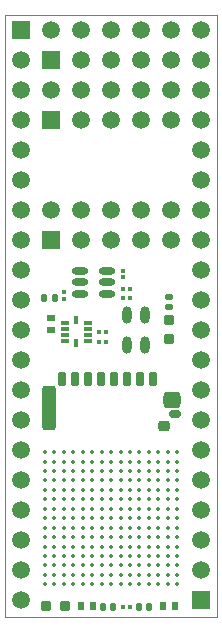
<source format=gts>
%FSLAX44Y44*%
%MOMM*%
G71*
G01*
G75*
G04 Layer_Color=8388736*
G04:AMPARAMS|DCode=10|XSize=0.6mm|YSize=0.5mm|CornerRadius=0.05mm|HoleSize=0mm|Usage=FLASHONLY|Rotation=270.000|XOffset=0mm|YOffset=0mm|HoleType=Round|Shape=RoundedRectangle|*
%AMROUNDEDRECTD10*
21,1,0.6000,0.4000,0,0,270.0*
21,1,0.5000,0.5000,0,0,270.0*
1,1,0.1000,-0.2000,-0.2500*
1,1,0.1000,-0.2000,0.2500*
1,1,0.1000,0.2000,0.2500*
1,1,0.1000,0.2000,-0.2500*
%
%ADD10ROUNDEDRECTD10*%
G04:AMPARAMS|DCode=11|XSize=0.4mm|YSize=0.37mm|CornerRadius=0.037mm|HoleSize=0mm|Usage=FLASHONLY|Rotation=90.000|XOffset=0mm|YOffset=0mm|HoleType=Round|Shape=RoundedRectangle|*
%AMROUNDEDRECTD11*
21,1,0.4000,0.2960,0,0,90.0*
21,1,0.3260,0.3700,0,0,90.0*
1,1,0.0740,0.1480,0.1630*
1,1,0.0740,0.1480,-0.1630*
1,1,0.0740,-0.1480,-0.1630*
1,1,0.0740,-0.1480,0.1630*
%
%ADD11ROUNDEDRECTD11*%
%ADD12R,0.5400X0.7400*%
%ADD13R,0.7400X0.5400*%
G04:AMPARAMS|DCode=14|XSize=0.8mm|YSize=0.8mm|CornerRadius=0.12mm|HoleSize=0mm|Usage=FLASHONLY|Rotation=0.000|XOffset=0mm|YOffset=0mm|HoleType=Round|Shape=RoundedRectangle|*
%AMROUNDEDRECTD14*
21,1,0.8000,0.5600,0,0,0.0*
21,1,0.5600,0.8000,0,0,0.0*
1,1,0.2400,0.2800,-0.2800*
1,1,0.2400,-0.2800,-0.2800*
1,1,0.2400,-0.2800,0.2800*
1,1,0.2400,0.2800,0.2800*
%
%ADD14ROUNDEDRECTD14*%
%ADD15C,0.3500*%
%ADD16O,1.4000X0.6000*%
G04:AMPARAMS|DCode=17|XSize=0.8mm|YSize=0.8mm|CornerRadius=0.12mm|HoleSize=0mm|Usage=FLASHONLY|Rotation=270.000|XOffset=0mm|YOffset=0mm|HoleType=Round|Shape=RoundedRectangle|*
%AMROUNDEDRECTD17*
21,1,0.8000,0.5600,0,0,270.0*
21,1,0.5600,0.8000,0,0,270.0*
1,1,0.2400,-0.2800,-0.2800*
1,1,0.2400,-0.2800,0.2800*
1,1,0.2400,0.2800,0.2800*
1,1,0.2400,0.2800,-0.2800*
%
%ADD17ROUNDEDRECTD17*%
G04:AMPARAMS|DCode=18|XSize=0.6mm|YSize=0.5mm|CornerRadius=0.05mm|HoleSize=0mm|Usage=FLASHONLY|Rotation=180.000|XOffset=0mm|YOffset=0mm|HoleType=Round|Shape=RoundedRectangle|*
%AMROUNDEDRECTD18*
21,1,0.6000,0.4000,0,0,180.0*
21,1,0.5000,0.5000,0,0,180.0*
1,1,0.1000,-0.2500,0.2000*
1,1,0.1000,0.2500,0.2000*
1,1,0.1000,0.2500,-0.2000*
1,1,0.1000,-0.2500,-0.2000*
%
%ADD18ROUNDEDRECTD18*%
%ADD19O,0.8000X1.4700*%
G04:AMPARAMS|DCode=20|XSize=0.95mm|YSize=0.85mm|CornerRadius=0.2125mm|HoleSize=0mm|Usage=FLASHONLY|Rotation=180.000|XOffset=0mm|YOffset=0mm|HoleType=Round|Shape=RoundedRectangle|*
%AMROUNDEDRECTD20*
21,1,0.9500,0.4250,0,0,180.0*
21,1,0.5250,0.8500,0,0,180.0*
1,1,0.4250,-0.2625,0.2125*
1,1,0.4250,0.2625,0.2125*
1,1,0.4250,0.2625,-0.2125*
1,1,0.4250,-0.2625,-0.2125*
%
%ADD20ROUNDEDRECTD20*%
G04:AMPARAMS|DCode=21|XSize=1mm|YSize=0.6mm|CornerRadius=0.15mm|HoleSize=0mm|Usage=FLASHONLY|Rotation=180.000|XOffset=0mm|YOffset=0mm|HoleType=Round|Shape=RoundedRectangle|*
%AMROUNDEDRECTD21*
21,1,1.0000,0.3000,0,0,180.0*
21,1,0.7000,0.6000,0,0,180.0*
1,1,0.3000,-0.3500,0.1500*
1,1,0.3000,0.3500,0.1500*
1,1,0.3000,0.3500,-0.1500*
1,1,0.3000,-0.3500,-0.1500*
%
%ADD21ROUNDEDRECTD21*%
G04:AMPARAMS|DCode=22|XSize=1.45mm|YSize=1.4mm|CornerRadius=0.35mm|HoleSize=0mm|Usage=FLASHONLY|Rotation=0.000|XOffset=0mm|YOffset=0mm|HoleType=Round|Shape=RoundedRectangle|*
%AMROUNDEDRECTD22*
21,1,1.4500,0.7000,0,0,0.0*
21,1,0.7500,1.4000,0,0,0.0*
1,1,0.7000,0.3750,-0.3500*
1,1,0.7000,-0.3750,-0.3500*
1,1,0.7000,-0.3750,0.3500*
1,1,0.7000,0.3750,0.3500*
%
%ADD22ROUNDEDRECTD22*%
G04:AMPARAMS|DCode=23|XSize=0.6mm|YSize=1.25mm|CornerRadius=0.15mm|HoleSize=0mm|Usage=FLASHONLY|Rotation=0.000|XOffset=0mm|YOffset=0mm|HoleType=Round|Shape=RoundedRectangle|*
%AMROUNDEDRECTD23*
21,1,0.6000,0.9500,0,0,0.0*
21,1,0.3000,1.2500,0,0,0.0*
1,1,0.3000,0.1500,-0.4750*
1,1,0.3000,-0.1500,-0.4750*
1,1,0.3000,-0.1500,0.4750*
1,1,0.3000,0.1500,0.4750*
%
%ADD23ROUNDEDRECTD23*%
G04:AMPARAMS|DCode=24|XSize=3.79mm|YSize=1.2mm|CornerRadius=0.3mm|HoleSize=0mm|Usage=FLASHONLY|Rotation=270.000|XOffset=0mm|YOffset=0mm|HoleType=Round|Shape=RoundedRectangle|*
%AMROUNDEDRECTD24*
21,1,3.7900,0.6000,0,0,270.0*
21,1,3.1900,1.2000,0,0,270.0*
1,1,0.6000,-0.3000,-1.5950*
1,1,0.6000,-0.3000,1.5950*
1,1,0.6000,0.3000,1.5950*
1,1,0.6000,0.3000,-1.5950*
%
%ADD24ROUNDEDRECTD24*%
G04:AMPARAMS|DCode=25|XSize=0.76mm|YSize=0.27mm|CornerRadius=0.027mm|HoleSize=0mm|Usage=FLASHONLY|Rotation=180.000|XOffset=0mm|YOffset=0mm|HoleType=Round|Shape=RoundedRectangle|*
%AMROUNDEDRECTD25*
21,1,0.7600,0.2160,0,0,180.0*
21,1,0.7060,0.2700,0,0,180.0*
1,1,0.0540,-0.3530,0.1080*
1,1,0.0540,0.3530,0.1080*
1,1,0.0540,0.3530,-0.1080*
1,1,0.0540,-0.3530,-0.1080*
%
%ADD25ROUNDEDRECTD25*%
G04:AMPARAMS|DCode=26|XSize=0.76mm|YSize=0.27mm|CornerRadius=0.027mm|HoleSize=0mm|Usage=FLASHONLY|Rotation=90.000|XOffset=0mm|YOffset=0mm|HoleType=Round|Shape=RoundedRectangle|*
%AMROUNDEDRECTD26*
21,1,0.7600,0.2160,0,0,90.0*
21,1,0.7060,0.2700,0,0,90.0*
1,1,0.0540,0.1080,0.3530*
1,1,0.0540,0.1080,-0.3530*
1,1,0.0540,-0.1080,-0.3530*
1,1,0.0540,-0.1080,0.3530*
%
%ADD26ROUNDEDRECTD26*%
G04:AMPARAMS|DCode=27|XSize=0.4mm|YSize=0.37mm|CornerRadius=0.037mm|HoleSize=0mm|Usage=FLASHONLY|Rotation=0.000|XOffset=0mm|YOffset=0mm|HoleType=Round|Shape=RoundedRectangle|*
%AMROUNDEDRECTD27*
21,1,0.4000,0.2960,0,0,0.0*
21,1,0.3260,0.3700,0,0,0.0*
1,1,0.0740,0.1630,-0.1480*
1,1,0.0740,-0.1630,-0.1480*
1,1,0.0740,-0.1630,0.1480*
1,1,0.0740,0.1630,0.1480*
%
%ADD27ROUNDEDRECTD27*%
%ADD28C,0.0750*%
%ADD29C,0.0751*%
%ADD30C,0.1000*%
%ADD31C,0.3000*%
%ADD32C,0.1500*%
%ADD33C,0.0100*%
%ADD34C,1.5000*%
%ADD35R,1.5000X1.5000*%
%ADD36R,1.5000X1.5000*%
%ADD37C,0.8000*%
G04:AMPARAMS|DCode=38|XSize=0.3mm|YSize=0.6mm|CornerRadius=0.0495mm|HoleSize=0mm|Usage=FLASHONLY|Rotation=270.000|XOffset=0mm|YOffset=0mm|HoleType=Round|Shape=RoundedRectangle|*
%AMROUNDEDRECTD38*
21,1,0.3000,0.5010,0,0,270.0*
21,1,0.2010,0.6000,0,0,270.0*
1,1,0.0990,-0.2505,-0.1005*
1,1,0.0990,-0.2505,0.1005*
1,1,0.0990,0.2505,0.1005*
1,1,0.0990,0.2505,-0.1005*
%
%ADD38ROUNDEDRECTD38*%
G04:AMPARAMS|DCode=39|XSize=0.3mm|YSize=0.6mm|CornerRadius=0.0495mm|HoleSize=0mm|Usage=FLASHONLY|Rotation=0.000|XOffset=0mm|YOffset=0mm|HoleType=Round|Shape=RoundedRectangle|*
%AMROUNDEDRECTD39*
21,1,0.3000,0.5010,0,0,0.0*
21,1,0.2010,0.6000,0,0,0.0*
1,1,0.0990,0.1005,-0.2505*
1,1,0.0990,-0.1005,-0.2505*
1,1,0.0990,-0.1005,0.2505*
1,1,0.0990,0.1005,0.2505*
%
%ADD39ROUNDEDRECTD39*%
%ADD40R,0.9000X2.2500*%
G04:AMPARAMS|DCode=41|XSize=1.38mm|YSize=1.05mm|CornerRadius=0.105mm|HoleSize=0mm|Usage=FLASHONLY|Rotation=0.000|XOffset=0mm|YOffset=0mm|HoleType=Round|Shape=RoundedRectangle|*
%AMROUNDEDRECTD41*
21,1,1.3800,0.8400,0,0,0.0*
21,1,1.1700,1.0500,0,0,0.0*
1,1,0.2100,0.5850,-0.4200*
1,1,0.2100,-0.5850,-0.4200*
1,1,0.2100,-0.5850,0.4200*
1,1,0.2100,0.5850,0.4200*
%
%ADD41ROUNDEDRECTD41*%
G04:AMPARAMS|DCode=42|XSize=1.38mm|YSize=1.05mm|CornerRadius=0.105mm|HoleSize=0mm|Usage=FLASHONLY|Rotation=270.000|XOffset=0mm|YOffset=0mm|HoleType=Round|Shape=RoundedRectangle|*
%AMROUNDEDRECTD42*
21,1,1.3800,0.8400,0,0,270.0*
21,1,1.1700,1.0500,0,0,270.0*
1,1,0.2100,-0.4200,-0.5850*
1,1,0.2100,-0.4200,0.5850*
1,1,0.2100,0.4200,0.5850*
1,1,0.2100,0.4200,-0.5850*
%
%ADD42ROUNDEDRECTD42*%
G04:AMPARAMS|DCode=43|XSize=0.9mm|YSize=0.8mm|CornerRadius=0.08mm|HoleSize=0mm|Usage=FLASHONLY|Rotation=180.000|XOffset=0mm|YOffset=0mm|HoleType=Round|Shape=RoundedRectangle|*
%AMROUNDEDRECTD43*
21,1,0.9000,0.6400,0,0,180.0*
21,1,0.7400,0.8000,0,0,180.0*
1,1,0.1600,-0.3700,0.3200*
1,1,0.1600,0.3700,0.3200*
1,1,0.1600,0.3700,-0.3200*
1,1,0.1600,-0.3700,-0.3200*
%
%ADD43ROUNDEDRECTD43*%
%ADD44O,1.6000X0.6000*%
%ADD45C,0.2000*%
%ADD46C,0.2540*%
%ADD47C,0.2500*%
%ADD48C,0.6000*%
%ADD49C,0.5000*%
%ADD50C,0.1200*%
%ADD51C,0.1500*%
D10*
X121799Y8500D02*
D03*
X112800D02*
D03*
X41676Y270122D02*
D03*
X32676D02*
D03*
X82301Y8000D02*
D03*
X91301D02*
D03*
D11*
X105350Y8000D02*
D03*
X99650D02*
D03*
X99450Y278000D02*
D03*
X105150D02*
D03*
X105150Y269900D02*
D03*
X99450D02*
D03*
X85250Y232500D02*
D03*
X79550D02*
D03*
X85250Y241400D02*
D03*
X79550D02*
D03*
D12*
X143300Y8800D02*
D03*
X133300D02*
D03*
X73800Y9000D02*
D03*
X63800D02*
D03*
D13*
X38424Y252826D02*
D03*
Y242826D02*
D03*
D14*
X34700Y9500D02*
D03*
X50700D02*
D03*
D15*
X33500Y27500D02*
D03*
Y35500D02*
D03*
Y43500D02*
D03*
Y51500D02*
D03*
Y59500D02*
D03*
Y67500D02*
D03*
Y75500D02*
D03*
Y83500D02*
D03*
Y91500D02*
D03*
Y99500D02*
D03*
Y107500D02*
D03*
Y115500D02*
D03*
Y123500D02*
D03*
Y131500D02*
D03*
Y139500D02*
D03*
X41500Y27500D02*
D03*
Y35500D02*
D03*
Y43500D02*
D03*
Y51500D02*
D03*
Y59500D02*
D03*
Y67500D02*
D03*
Y75500D02*
D03*
Y83500D02*
D03*
Y91500D02*
D03*
Y99500D02*
D03*
Y107500D02*
D03*
Y115500D02*
D03*
Y123500D02*
D03*
Y131500D02*
D03*
Y139500D02*
D03*
X49500Y27500D02*
D03*
Y35500D02*
D03*
Y43500D02*
D03*
Y51500D02*
D03*
Y59500D02*
D03*
Y67500D02*
D03*
Y75500D02*
D03*
Y83500D02*
D03*
Y91500D02*
D03*
Y99500D02*
D03*
Y107500D02*
D03*
Y115500D02*
D03*
Y123500D02*
D03*
Y131500D02*
D03*
Y139500D02*
D03*
X57500Y27500D02*
D03*
Y35500D02*
D03*
Y43500D02*
D03*
Y51500D02*
D03*
Y59500D02*
D03*
Y67500D02*
D03*
Y75500D02*
D03*
Y83500D02*
D03*
Y91500D02*
D03*
Y99500D02*
D03*
Y107500D02*
D03*
Y115500D02*
D03*
Y123500D02*
D03*
Y131500D02*
D03*
Y139500D02*
D03*
X65500Y27500D02*
D03*
Y35500D02*
D03*
Y43500D02*
D03*
Y51500D02*
D03*
Y59500D02*
D03*
Y67500D02*
D03*
Y75500D02*
D03*
Y83500D02*
D03*
Y91500D02*
D03*
Y99500D02*
D03*
Y107500D02*
D03*
Y115500D02*
D03*
Y123500D02*
D03*
Y131500D02*
D03*
Y139500D02*
D03*
X73500Y27500D02*
D03*
Y35500D02*
D03*
Y43500D02*
D03*
Y51500D02*
D03*
Y59500D02*
D03*
Y67500D02*
D03*
Y75500D02*
D03*
Y83500D02*
D03*
Y91500D02*
D03*
Y99500D02*
D03*
Y107500D02*
D03*
Y115500D02*
D03*
Y123500D02*
D03*
Y131500D02*
D03*
Y139500D02*
D03*
X81500Y27500D02*
D03*
Y35500D02*
D03*
Y43500D02*
D03*
Y51500D02*
D03*
Y59500D02*
D03*
Y67500D02*
D03*
Y75500D02*
D03*
Y83500D02*
D03*
Y91500D02*
D03*
Y99500D02*
D03*
Y107500D02*
D03*
Y115500D02*
D03*
Y123500D02*
D03*
Y131500D02*
D03*
Y139500D02*
D03*
X89500Y27500D02*
D03*
Y35500D02*
D03*
Y43500D02*
D03*
Y51500D02*
D03*
Y59500D02*
D03*
Y67500D02*
D03*
Y75500D02*
D03*
Y83500D02*
D03*
Y91500D02*
D03*
Y99500D02*
D03*
Y107500D02*
D03*
Y115500D02*
D03*
Y123500D02*
D03*
Y131500D02*
D03*
Y139500D02*
D03*
X97500Y27500D02*
D03*
Y35500D02*
D03*
Y43500D02*
D03*
Y51500D02*
D03*
Y59500D02*
D03*
Y67500D02*
D03*
Y75500D02*
D03*
Y83500D02*
D03*
Y91500D02*
D03*
Y99500D02*
D03*
Y107500D02*
D03*
Y115500D02*
D03*
Y123500D02*
D03*
Y131500D02*
D03*
Y139500D02*
D03*
X105500Y27500D02*
D03*
Y35500D02*
D03*
Y43500D02*
D03*
Y51500D02*
D03*
Y59500D02*
D03*
Y67500D02*
D03*
Y75500D02*
D03*
Y83500D02*
D03*
Y91500D02*
D03*
Y99500D02*
D03*
Y107500D02*
D03*
Y115500D02*
D03*
Y123500D02*
D03*
Y131500D02*
D03*
Y139500D02*
D03*
X113500Y27500D02*
D03*
Y35500D02*
D03*
Y43500D02*
D03*
Y51500D02*
D03*
Y59500D02*
D03*
Y67500D02*
D03*
Y75500D02*
D03*
Y83500D02*
D03*
Y91500D02*
D03*
Y99500D02*
D03*
Y107500D02*
D03*
Y115500D02*
D03*
Y123500D02*
D03*
Y131500D02*
D03*
Y139500D02*
D03*
X121500Y27500D02*
D03*
Y35500D02*
D03*
Y43500D02*
D03*
Y51500D02*
D03*
Y59500D02*
D03*
Y67500D02*
D03*
Y75500D02*
D03*
Y83500D02*
D03*
Y91500D02*
D03*
Y99500D02*
D03*
Y107500D02*
D03*
Y115500D02*
D03*
Y123500D02*
D03*
Y131500D02*
D03*
Y139500D02*
D03*
X129500Y27500D02*
D03*
Y35500D02*
D03*
Y43500D02*
D03*
Y51500D02*
D03*
Y59500D02*
D03*
Y67500D02*
D03*
Y75500D02*
D03*
Y83500D02*
D03*
Y91500D02*
D03*
Y99500D02*
D03*
Y107500D02*
D03*
Y115500D02*
D03*
Y123500D02*
D03*
Y131500D02*
D03*
Y139500D02*
D03*
X137500Y27500D02*
D03*
Y35500D02*
D03*
Y43500D02*
D03*
Y51500D02*
D03*
Y59500D02*
D03*
Y67500D02*
D03*
Y75500D02*
D03*
Y83500D02*
D03*
Y91500D02*
D03*
Y99500D02*
D03*
Y107500D02*
D03*
Y115500D02*
D03*
Y123500D02*
D03*
Y131500D02*
D03*
Y139500D02*
D03*
X145500Y27500D02*
D03*
Y35500D02*
D03*
Y43500D02*
D03*
Y51500D02*
D03*
Y59500D02*
D03*
Y67500D02*
D03*
Y75500D02*
D03*
Y83500D02*
D03*
Y91500D02*
D03*
Y99500D02*
D03*
Y107500D02*
D03*
Y115500D02*
D03*
Y123500D02*
D03*
Y131500D02*
D03*
Y139500D02*
D03*
D16*
X86200Y283200D02*
D03*
Y292700D02*
D03*
Y273700D02*
D03*
X63200D02*
D03*
Y283200D02*
D03*
Y292700D02*
D03*
D17*
X138500Y251100D02*
D03*
Y235100D02*
D03*
D18*
X138500Y262200D02*
D03*
Y271200D02*
D03*
D19*
X103100Y230100D02*
D03*
Y255500D02*
D03*
X118100D02*
D03*
Y230100D02*
D03*
D20*
X134425Y161750D02*
D03*
D21*
X143725Y171500D02*
D03*
D22*
X141475Y184001D02*
D03*
D23*
X48175Y201250D02*
D03*
X59175D02*
D03*
X70175D02*
D03*
X81175D02*
D03*
X92175D02*
D03*
X103175D02*
D03*
X114175D02*
D03*
X125175D02*
D03*
D24*
X36675Y176450D02*
D03*
D25*
X69751Y233801D02*
D03*
Y238801D02*
D03*
Y243801D02*
D03*
Y248801D02*
D03*
X50251D02*
D03*
Y243801D02*
D03*
Y238801D02*
D03*
Y233801D02*
D03*
D26*
X60001Y251051D02*
D03*
Y231551D02*
D03*
D27*
X49700Y268950D02*
D03*
Y274650D02*
D03*
X99700Y293250D02*
D03*
Y287550D02*
D03*
D33*
X0Y0D02*
Y510000D01*
X179000D01*
X0Y0D02*
X179000Y-0D01*
Y510000D01*
D34*
X13500Y14700D02*
D03*
Y40100D02*
D03*
Y65500D02*
D03*
Y90900D02*
D03*
X166000Y167100D02*
D03*
Y192500D02*
D03*
Y116300D02*
D03*
Y141700D02*
D03*
Y65500D02*
D03*
Y90900D02*
D03*
Y217900D02*
D03*
Y294100D02*
D03*
Y319500D02*
D03*
Y344900D02*
D03*
Y395700D02*
D03*
Y421100D02*
D03*
Y446500D02*
D03*
Y471900D02*
D03*
Y497300D02*
D03*
Y370300D02*
D03*
X13500Y471900D02*
D03*
Y446500D02*
D03*
Y421100D02*
D03*
Y395700D02*
D03*
Y370300D02*
D03*
Y344900D02*
D03*
Y319500D02*
D03*
Y294100D02*
D03*
Y268700D02*
D03*
Y243300D02*
D03*
Y217900D02*
D03*
Y116300D02*
D03*
Y141700D02*
D03*
Y192500D02*
D03*
Y167100D02*
D03*
X166000Y268700D02*
D03*
Y243300D02*
D03*
Y40100D02*
D03*
X140600Y344900D02*
D03*
Y319500D02*
D03*
X115200Y344900D02*
D03*
Y319500D02*
D03*
X89800Y344900D02*
D03*
Y319500D02*
D03*
X64400Y344900D02*
D03*
Y319500D02*
D03*
X39000Y344900D02*
D03*
X140600Y446500D02*
D03*
Y421100D02*
D03*
X115200Y446500D02*
D03*
Y421100D02*
D03*
X89800Y446500D02*
D03*
Y421100D02*
D03*
X64400Y446500D02*
D03*
Y421100D02*
D03*
X39000Y446500D02*
D03*
Y497300D02*
D03*
X64400Y471900D02*
D03*
Y497300D02*
D03*
X89800Y471900D02*
D03*
Y497300D02*
D03*
X115200Y471900D02*
D03*
Y497300D02*
D03*
X140600Y471900D02*
D03*
Y497300D02*
D03*
D35*
X13500D02*
D03*
X166000Y14700D02*
D03*
X39000Y471900D02*
D03*
D36*
Y319500D02*
D03*
Y421100D02*
D03*
D51*
X40700Y299600D02*
D03*
X51200Y301900D02*
D03*
X57600Y302100D02*
D03*
X48900Y229200D02*
D03*
X44400D02*
D03*
X79500Y260300D02*
D03*
X84800Y267500D02*
D03*
X133900Y216400D02*
D03*
Y208700D02*
D03*
Y223900D02*
D03*
X84400Y214899D02*
D03*
X124900Y167000D02*
D03*
X124400Y185000D02*
D03*
X147900Y39550D02*
D03*
X35700Y235000D02*
D03*
X106900Y180900D02*
D03*
X80100Y228600D02*
D03*
X79900Y237500D02*
D03*
X108100Y288400D02*
D03*
X86000Y16300D02*
D03*
X25500Y9500D02*
D03*
X96300Y262750D02*
D03*
X83750Y248300D02*
D03*
X148550Y14850D02*
D03*
X148400Y8500D02*
D03*
X108800Y71300D02*
D03*
X92200Y78200D02*
D03*
X95800Y8000D02*
D03*
X54500Y32300D02*
D03*
X140200Y72800D02*
D03*
Y80800D02*
D03*
Y88800D02*
D03*
X134800Y102300D02*
D03*
X148200Y104700D02*
D03*
X52200Y88800D02*
D03*
X76100Y62100D02*
D03*
X65500Y149000D02*
D03*
X47500D02*
D03*
X40500D02*
D03*
X33500D02*
D03*
X38800Y80800D02*
D03*
X46400Y78600D02*
D03*
X60000Y78100D02*
D03*
X68100Y56900D02*
D03*
X60100Y62200D02*
D03*
X44200Y70300D02*
D03*
X84100Y46200D02*
D03*
X84100Y62100D02*
D03*
X92100Y62300D02*
D03*
X127300Y63400D02*
D03*
X33500Y23800D02*
D03*
X30700Y64800D02*
D03*
X46800Y56800D02*
D03*
X107900Y93900D02*
D03*
X76200Y94200D02*
D03*
X84100Y70100D02*
D03*
X76100Y78100D02*
D03*
X116200Y78200D02*
D03*
X65125Y159300D02*
D03*
X52100Y148700D02*
D03*
X78675Y166200D02*
D03*
X27200Y149500D02*
D03*
Y143100D02*
D03*
X105000Y149600D02*
D03*
X96000Y151000D02*
D03*
X70175Y191750D02*
D03*
X133300Y150900D02*
D03*
X102800Y62200D02*
D03*
X102900Y54200D02*
D03*
X115300Y156400D02*
D03*
X116200Y151700D02*
D03*
X110900Y62100D02*
D03*
X106000Y144200D02*
D03*
X60200Y88800D02*
D03*
X68200Y78200D02*
D03*
Y88800D02*
D03*
X37900Y31500D02*
D03*
X46500Y47500D02*
D03*
X110700Y24700D02*
D03*
X100900Y22800D02*
D03*
X30600Y31700D02*
D03*
X71375Y228100D02*
D03*
Y221075D02*
D03*
X35300Y223900D02*
D03*
X158100Y260600D02*
D03*
X83900Y224900D02*
D03*
X106900Y187000D02*
D03*
X94600Y48600D02*
D03*
X78700Y48800D02*
D03*
X116100Y70700D02*
D03*
X127100Y262700D02*
D03*
X68000Y48600D02*
D03*
X141300Y55800D02*
D03*
X148200Y96700D02*
D03*
X140200Y104700D02*
D03*
X116300Y86200D02*
D03*
Y94200D02*
D03*
X108300Y78200D02*
D03*
Y86200D02*
D03*
X100300D02*
D03*
X133800Y88100D02*
D03*
X124300Y86200D02*
D03*
X148200Y88700D02*
D03*
X116300Y102200D02*
D03*
X108300D02*
D03*
X100300D02*
D03*
Y94200D02*
D03*
X92300D02*
D03*
Y102200D02*
D03*
X84300Y94200D02*
D03*
X84200Y104700D02*
D03*
X86800Y110300D02*
D03*
X92300Y118200D02*
D03*
X100300D02*
D03*
X92300Y126200D02*
D03*
X107800Y127900D02*
D03*
X78800Y126300D02*
D03*
Y134300D02*
D03*
X76300Y102200D02*
D03*
Y110200D02*
D03*
X64100Y103100D02*
D03*
X44200Y104700D02*
D03*
X36200D02*
D03*
X30800Y102300D02*
D03*
X36200Y88700D02*
D03*
X60300Y118200D02*
D03*
X46800Y118300D02*
D03*
X54700Y120800D02*
D03*
X38700D02*
D03*
X62800Y134300D02*
D03*
X89500Y143200D02*
D03*
X103700Y135900D02*
D03*
X100100Y70500D02*
D03*
X59200Y103800D02*
D03*
X52350Y104550D02*
D03*
X30500Y119600D02*
D03*
X128600Y152000D02*
D03*
X133300Y155600D02*
D03*
X67275Y166500D02*
D03*
X88900Y210000D02*
D03*
X123100Y119900D02*
D03*
X122900Y127900D02*
D03*
X128100Y127100D02*
D03*
X129700Y143200D02*
D03*
X121700Y144300D02*
D03*
X138900Y119100D02*
D03*
Y127100D02*
D03*
Y135100D02*
D03*
Y143100D02*
D03*
X144100Y135100D02*
D03*
Y143100D02*
D03*
X128100Y135100D02*
D03*
X126800Y96800D02*
D03*
M02*

</source>
